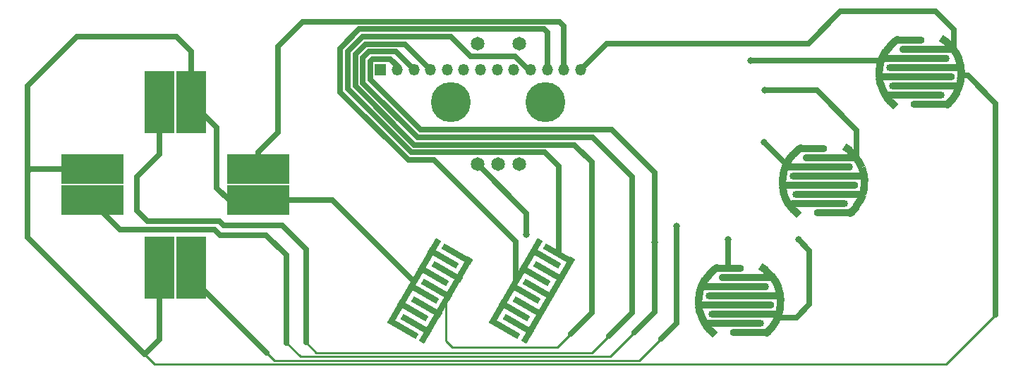
<source format=gtl>
%TF.GenerationSoftware,KiCad,Pcbnew,(6.0.0)*%
%TF.CreationDate,2022-03-13T17:58:50-04:00*%
%TF.ProjectId,jaguar controller top pcb,6a616775-6172-4206-936f-6e74726f6c6c,rev?*%
%TF.SameCoordinates,Original*%
%TF.FileFunction,Copper,L1,Top*%
%TF.FilePolarity,Positive*%
%FSLAX46Y46*%
G04 Gerber Fmt 4.6, Leading zero omitted, Abs format (unit mm)*
G04 Created by KiCad (PCBNEW (6.0.0)) date 2022-03-13 17:58:50*
%MOMM*%
%LPD*%
G01*
G04 APERTURE LIST*
G04 Aperture macros list*
%AMRoundRect*
0 Rectangle with rounded corners*
0 $1 Rounding radius*
0 $2 $3 $4 $5 $6 $7 $8 $9 X,Y pos of 4 corners*
0 Add a 4 corners polygon primitive as box body*
4,1,4,$2,$3,$4,$5,$6,$7,$8,$9,$2,$3,0*
0 Add four circle primitives for the rounded corners*
1,1,$1+$1,$2,$3*
1,1,$1+$1,$4,$5*
1,1,$1+$1,$6,$7*
1,1,$1+$1,$8,$9*
0 Add four rect primitives between the rounded corners*
20,1,$1+$1,$2,$3,$4,$5,0*
20,1,$1+$1,$4,$5,$6,$7,0*
20,1,$1+$1,$6,$7,$8,$9,0*
20,1,$1+$1,$8,$9,$2,$3,0*%
%AMRotRect*
0 Rectangle, with rotation*
0 The origin of the aperture is its center*
0 $1 length*
0 $2 width*
0 $3 Rotation angle, in degrees counterclockwise*
0 Add horizontal line*
21,1,$1,$2,0,0,$3*%
G04 Aperture macros list end*
%TA.AperFunction,SMDPad,CuDef*%
%ADD10O,7.082827X0.900000*%
%TD*%
%TA.AperFunction,SMDPad,CuDef*%
%ADD11RotRect,0.900000X0.900000X209.345165*%
%TD*%
%TA.AperFunction,SMDPad,CuDef*%
%ADD12RotRect,0.900000X0.900000X190.121977*%
%TD*%
%TA.AperFunction,SMDPad,CuDef*%
%ADD13O,8.123471X0.900000*%
%TD*%
%TA.AperFunction,SMDPad,CuDef*%
%ADD14RoundRect,0.225000X0.313578X-0.054024X0.054024X0.313578X-0.313578X0.054024X-0.054024X-0.313578X0*%
%TD*%
%TA.AperFunction,SMDPad,CuDef*%
%ADD15RotRect,0.900000X0.900000X228.568352*%
%TD*%
%TA.AperFunction,SMDPad,CuDef*%
%ADD16RotRect,0.900000X0.900000X142.064007*%
%TD*%
%TA.AperFunction,SMDPad,CuDef*%
%ADD17O,9.063382X0.900000*%
%TD*%
%TA.AperFunction,SMDPad,CuDef*%
%ADD18RotRect,0.900000X0.900000X151.675601*%
%TD*%
%TA.AperFunction,SMDPad,CuDef*%
%ADD19O,3.810000X0.900000*%
%TD*%
%TA.AperFunction,SMDPad,CuDef*%
%ADD20RotRect,0.900000X0.900000X132.452413*%
%TD*%
%TA.AperFunction,SMDPad,CuDef*%
%ADD21RotRect,0.900000X0.900000X218.956759*%
%TD*%
%TA.AperFunction,SMDPad,CuDef*%
%ADD22RotRect,0.900000X0.900000X199.733571*%
%TD*%
%TA.AperFunction,SMDPad,CuDef*%
%ADD23RotRect,0.900000X0.900000X170.898789*%
%TD*%
%TA.AperFunction,SMDPad,CuDef*%
%ADD24RotRect,0.900000X0.900000X161.287195*%
%TD*%
%TA.AperFunction,SMDPad,CuDef*%
%ADD25RotRect,0.900000X0.900000X180.510383*%
%TD*%
%TA.AperFunction,SMDPad,CuDef*%
%ADD26RotRect,0.900000X0.900000X54.774382*%
%TD*%
%TA.AperFunction,SMDPad,CuDef*%
%ADD27RotRect,0.900000X0.900000X357.104818*%
%TD*%
%TA.AperFunction,SMDPad,CuDef*%
%ADD28RotRect,0.900000X0.900000X25.939600*%
%TD*%
%TA.AperFunction,SMDPad,CuDef*%
%ADD29RotRect,0.900000X0.900000X35.551194*%
%TD*%
%TA.AperFunction,SMDPad,CuDef*%
%ADD30RotRect,0.900000X0.900000X328.270036*%
%TD*%
%TA.AperFunction,SMDPad,CuDef*%
%ADD31O,4.997485X0.888414*%
%TD*%
%TA.AperFunction,SMDPad,CuDef*%
%ADD32RotRect,0.900000X0.900000X16.328006*%
%TD*%
%TA.AperFunction,SMDPad,CuDef*%
%ADD33RotRect,0.900000X0.900000X347.493224*%
%TD*%
%TA.AperFunction,SMDPad,CuDef*%
%ADD34O,8.438907X0.900000*%
%TD*%
%TA.AperFunction,SMDPad,CuDef*%
%ADD35RoundRect,0.225000X-0.317581X0.019808X-0.019808X-0.317581X0.317581X-0.019808X0.019808X0.317581X0*%
%TD*%
%TA.AperFunction,SMDPad,CuDef*%
%ADD36RotRect,0.900000X0.900000X318.658442*%
%TD*%
%TA.AperFunction,SMDPad,CuDef*%
%ADD37RotRect,0.900000X0.900000X337.881630*%
%TD*%
%TA.AperFunction,SMDPad,CuDef*%
%ADD38RotRect,0.900000X0.900000X45.162788*%
%TD*%
%TA.AperFunction,SMDPad,CuDef*%
%ADD39O,8.938889X0.900000*%
%TD*%
%TA.AperFunction,SMDPad,CuDef*%
%ADD40RotRect,0.900000X0.900000X6.716412*%
%TD*%
%TA.AperFunction,SMDPad,CuDef*%
%ADD41O,6.457911X0.900000*%
%TD*%
%TA.AperFunction,ComponentPad*%
%ADD42C,1.650000*%
%TD*%
%TA.AperFunction,ComponentPad*%
%ADD43C,4.800000*%
%TD*%
%TA.AperFunction,SMDPad,CuDef*%
%ADD44R,3.650000X7.410000*%
%TD*%
%TA.AperFunction,SMDPad,CuDef*%
%ADD45RotRect,3.970000X0.720000X150.000000*%
%TD*%
%TA.AperFunction,SMDPad,CuDef*%
%ADD46RotRect,0.720000X11.720000X150.000000*%
%TD*%
%TA.AperFunction,SMDPad,CuDef*%
%ADD47R,7.410000X3.650000*%
%TD*%
%TA.AperFunction,ComponentPad*%
%ADD48R,1.350000X1.350000*%
%TD*%
%TA.AperFunction,ComponentPad*%
%ADD49O,1.350000X1.350000*%
%TD*%
%TA.AperFunction,ViaPad*%
%ADD50C,0.800000*%
%TD*%
%TA.AperFunction,Conductor*%
%ADD51C,0.700000*%
%TD*%
%TA.AperFunction,Conductor*%
%ADD52C,0.250000*%
%TD*%
G04 APERTURE END LIST*
D10*
%TO.P,SW7,1,1*%
%TO.N,Net-(J1-Pad5)*%
X86321103Y-40115000D03*
D11*
X82675677Y-39938692D03*
D12*
X82121498Y-38393783D03*
D13*
X86454133Y-35715000D03*
D14*
X84125040Y-33515001D03*
D15*
X83707617Y-41215000D03*
D16*
X83083550Y-34508353D03*
D17*
X86591794Y-37915000D03*
D18*
X82633447Y-35198014D03*
D19*
X85542520Y-33515000D03*
D20*
X83642485Y-33903526D03*
D21*
X83137995Y-40620226D03*
D22*
X82333644Y-39189534D03*
D23*
X82106878Y-36752551D03*
D24*
X82304814Y-35953147D03*
D25*
X82045196Y-37573781D03*
D26*
%TO.P,SW7,2,2*%
%TO.N,Net-(J1-Pad6)*%
X89794960Y-33515000D03*
D27*
X91868726Y-37778251D03*
D28*
X91379841Y-35380064D03*
D29*
X90958825Y-34672271D03*
D30*
X91140385Y-40114879D03*
D31*
X88294815Y-41215000D03*
D32*
X91676768Y-36148218D03*
D33*
X91758369Y-38594368D03*
D34*
X87425842Y-39015000D03*
D35*
X90212383Y-41215000D03*
D36*
X90650109Y-40776585D03*
D37*
X91513295Y-39380602D03*
D38*
X90425541Y-34044710D03*
D39*
X87353270Y-36815000D03*
D40*
X91841269Y-36955166D03*
D41*
X87688315Y-34615000D03*
%TD*%
D42*
%TO.P,VR1,1,1*%
%TO.N,unconnected-(VR1-Pad1)*%
X55488200Y-6487400D03*
%TO.P,VR1,2,2*%
%TO.N,unconnected-(VR1-Pad2)*%
X60488200Y-6487400D03*
%TO.P,VR1,3,A*%
%TO.N,/encoderA*%
X55488200Y-20987400D03*
%TO.P,VR1,4,B*%
%TO.N,/encoderB*%
X60488200Y-20987400D03*
%TO.P,VR1,5,C*%
%TO.N,/encoderC*%
X57988200Y-20987400D03*
D43*
%TO.P,VR1,6*%
%TO.N,N/C*%
X52288200Y-13487400D03*
%TO.P,VR1,7*%
X63688200Y-13487400D03*
%TD*%
D44*
%TO.P,SW3,1,1*%
%TO.N,/encoderC*%
X17370000Y-33400000D03*
%TO.P,SW3,2,2*%
%TO.N,Net-(J1-Pad1)*%
X21130000Y-33400000D03*
%TD*%
D45*
%TO.P,SW5,1,1*%
%TO.N,/encoderC*%
X50181725Y-34328834D03*
D46*
X47864433Y-35092500D03*
D45*
X51401725Y-32215732D03*
X48961725Y-36441936D03*
X46521725Y-40668140D03*
X47741725Y-38555038D03*
%TO.P,SW5,2,2*%
%TO.N,Net-(J1-Pad4)*%
X48188275Y-40221589D03*
X50628275Y-35995385D03*
X49408275Y-38108487D03*
D46*
X51735567Y-37327500D03*
D45*
X51848275Y-33882283D03*
X53068275Y-31769181D03*
%TD*%
D25*
%TO.P,SW9,1,1*%
%TO.N,Net-(J1-Pad9)*%
X103725196Y-10113781D03*
D11*
X104355677Y-12478692D03*
D24*
X103984814Y-8493147D03*
D10*
X108001103Y-12655000D03*
D15*
X105387617Y-13755000D03*
D16*
X104763550Y-7048353D03*
D19*
X107222520Y-6055000D03*
D18*
X104313447Y-7738014D03*
D23*
X103786878Y-9292551D03*
D20*
X105322485Y-6443526D03*
D13*
X108134133Y-8255000D03*
D22*
X104013644Y-11729534D03*
D17*
X108271794Y-10455000D03*
D21*
X104817995Y-13160226D03*
D12*
X103801498Y-10933783D03*
D14*
X105805040Y-6055001D03*
D41*
%TO.P,SW9,2,2*%
%TO.N,/encoderC*%
X109368315Y-7155000D03*
D32*
X113356768Y-8688218D03*
D26*
X111474960Y-6055000D03*
D40*
X113521269Y-9495166D03*
D36*
X112330109Y-13316585D03*
D37*
X113193295Y-11920602D03*
D33*
X113438369Y-11134368D03*
D34*
X109105842Y-11555000D03*
D28*
X113059841Y-7920064D03*
D27*
X113548726Y-10318251D03*
D31*
X109974815Y-13755000D03*
D39*
X109033270Y-9355000D03*
D38*
X112105541Y-6584710D03*
D30*
X112820385Y-12654879D03*
D29*
X112638825Y-7212271D03*
D35*
X111892383Y-13755000D03*
%TD*%
D45*
%TO.P,SW6,1,1*%
%TO.N,Net-(J1-Pad11)*%
X58731725Y-40668140D03*
D46*
X60074433Y-35092500D03*
D45*
X63611725Y-32215732D03*
X59951725Y-38555038D03*
X62391725Y-34328834D03*
X61171725Y-36441936D03*
%TO.P,SW6,2,2*%
%TO.N,Net-(J1-Pad10)*%
X62838275Y-35995385D03*
X65278275Y-31769181D03*
X61618275Y-38108487D03*
X60398275Y-40221589D03*
X64058275Y-33882283D03*
D46*
X63945567Y-37327500D03*
%TD*%
D47*
%TO.P,SW1,1,1*%
%TO.N,/encoderC*%
X9280000Y-21550000D03*
%TO.P,SW1,2,2*%
%TO.N,/encoderA*%
X9280000Y-25310000D03*
%TD*%
D44*
%TO.P,SW2,1,1*%
%TO.N,Net-(J1-Pad3)*%
X17370000Y-13460000D03*
%TO.P,SW2,2,2*%
%TO.N,/encoderC*%
X21130000Y-13460000D03*
%TD*%
D47*
%TO.P,SW4,1,1*%
%TO.N,/encoderC*%
X29220000Y-25310000D03*
%TO.P,SW4,2,2*%
%TO.N,/encoderB*%
X29220000Y-21550000D03*
%TD*%
D25*
%TO.P,SW8,1,1*%
%TO.N,Net-(J1-Pad7)*%
X92095196Y-23183781D03*
D10*
X96371103Y-25725000D03*
D15*
X93757617Y-26825000D03*
D24*
X92354814Y-21563147D03*
D12*
X92171498Y-24003783D03*
D20*
X93692485Y-19513526D03*
D16*
X93133550Y-20118353D03*
D13*
X96504133Y-21325000D03*
D21*
X93187995Y-26230226D03*
D18*
X92683447Y-20808014D03*
D11*
X92725677Y-25548692D03*
D19*
X95592520Y-19125000D03*
D14*
X94175040Y-19125001D03*
D22*
X92383644Y-24799534D03*
D23*
X92156878Y-22362551D03*
D17*
X96641794Y-23525000D03*
D36*
%TO.P,SW8,2,2*%
%TO.N,Net-(J1-Pad8)*%
X100700109Y-26386585D03*
D32*
X101726768Y-21758218D03*
D37*
X101563295Y-24990602D03*
D29*
X101008825Y-20282271D03*
D31*
X98344815Y-26825000D03*
D35*
X100262383Y-26825000D03*
D30*
X101190385Y-25724879D03*
D34*
X97475842Y-24625000D03*
D38*
X100475541Y-19654710D03*
D40*
X101891269Y-22565166D03*
D39*
X97403270Y-22425000D03*
D27*
X101918726Y-23388251D03*
D33*
X101808369Y-24204368D03*
D28*
X101429841Y-20990064D03*
D41*
X97738315Y-20225000D03*
D26*
X99844960Y-19125000D03*
%TD*%
D48*
%TO.P,J1,1,Pin_1*%
%TO.N,Net-(J1-Pad1)*%
X43860000Y-9580000D03*
D49*
%TO.P,J1,2,Pin_2*%
%TO.N,/encoderA*%
X45860000Y-9580000D03*
%TO.P,J1,3,Pin_3*%
%TO.N,Net-(J1-Pad3)*%
X47860000Y-9580000D03*
%TO.P,J1,4,Pin_4*%
%TO.N,Net-(J1-Pad4)*%
X49860000Y-9580000D03*
%TO.P,J1,5,Pin_5*%
%TO.N,Net-(J1-Pad5)*%
X51860000Y-9580000D03*
%TO.P,J1,6,Pin_6*%
%TO.N,Net-(J1-Pad6)*%
X53860000Y-9580000D03*
%TO.P,J1,7,Pin_7*%
%TO.N,Net-(J1-Pad7)*%
X55860000Y-9580000D03*
%TO.P,J1,8,Pin_8*%
%TO.N,Net-(J1-Pad8)*%
X57860000Y-9580000D03*
%TO.P,J1,9,Pin_9*%
%TO.N,Net-(J1-Pad9)*%
X59860000Y-9580000D03*
%TO.P,J1,10,Pin_10*%
%TO.N,Net-(J1-Pad10)*%
X61860000Y-9580000D03*
%TO.P,J1,11,Pin_11*%
%TO.N,Net-(J1-Pad11)*%
X63860000Y-9580000D03*
%TO.P,J1,12,Pin_12*%
%TO.N,/encoderB*%
X65860000Y-9580000D03*
%TO.P,J1,13,Pin_13*%
%TO.N,/encoderC*%
X67860000Y-9580000D03*
%TD*%
D50*
%TO.N,/encoderA*%
X61391800Y-29413200D03*
X76758800Y-30353000D03*
%TO.N,Net-(J1-Pad1)*%
X79375000Y-28371800D03*
%TO.N,Net-(J1-Pad5)*%
X85542520Y-29976680D03*
%TO.N,Net-(J1-Pad6)*%
X94005400Y-29997400D03*
%TO.N,Net-(J1-Pad7)*%
X89903300Y-18326100D03*
%TO.N,Net-(J1-Pad8)*%
X90017600Y-12090400D03*
%TO.N,Net-(J1-Pad9)*%
X88280853Y-8493147D03*
%TD*%
D51*
%TO.N,/encoderA*%
X55488200Y-20987400D02*
X61391800Y-26891000D01*
X23952200Y-28854400D02*
X24587200Y-29489400D01*
D52*
X32562800Y-42418000D02*
X34231520Y-44086720D01*
D51*
X74320400Y-41198800D02*
X76758800Y-38760400D01*
X76758800Y-38760400D02*
X76758800Y-30353000D01*
X9280000Y-25561400D02*
X12573000Y-28854400D01*
X42635489Y-10804511D02*
X42635489Y-8570911D01*
X9280000Y-25310000D02*
X9280000Y-25561400D01*
X45060222Y-8331200D02*
X45860000Y-9130978D01*
X24587200Y-29489400D02*
X30149800Y-29489400D01*
X71611006Y-16825320D02*
X48656298Y-16825320D01*
X12573000Y-28854400D02*
X23952200Y-28854400D01*
X30149800Y-29489400D02*
X32562800Y-31902400D01*
X42875200Y-8331200D02*
X45060222Y-8331200D01*
X61391800Y-26891000D02*
X61391800Y-29413200D01*
X45860000Y-9130978D02*
X45860000Y-9580000D01*
D52*
X71432480Y-44086720D02*
X74320400Y-41198800D01*
D51*
X76758800Y-21973114D02*
X71611006Y-16825320D01*
X76758800Y-30353000D02*
X76758800Y-21973114D01*
D52*
X34231520Y-44086720D02*
X71432480Y-44086720D01*
D51*
X48656298Y-16825320D02*
X42635489Y-10804511D01*
X42635489Y-8570911D02*
X42875200Y-8331200D01*
X32562800Y-31902400D02*
X32562800Y-42418000D01*
%TO.N,/encoderB*%
X31546800Y-6807200D02*
X31546800Y-17145000D01*
X29220000Y-19471800D02*
X29220000Y-21550000D01*
X34520400Y-3833600D02*
X31546800Y-6807200D01*
X65301600Y-3833600D02*
X34520400Y-3833600D01*
X65860000Y-9580000D02*
X65860000Y-4392000D01*
X65860000Y-4392000D02*
X65301600Y-3833600D01*
X31546800Y-17145000D02*
X29220000Y-19471800D01*
%TO.N,Net-(J1-Pad3)*%
X14605000Y-22504400D02*
X14605000Y-26517600D01*
X42453920Y-7431680D02*
X41735969Y-8149631D01*
X41735969Y-11177105D02*
X48313464Y-17754600D01*
X48313464Y-17754600D02*
X69342000Y-17754600D01*
X24536400Y-27838400D02*
X25019000Y-28321000D01*
X74053700Y-22466300D02*
X74053700Y-38798500D01*
X32054800Y-28321000D02*
X34925000Y-31191200D01*
X15925800Y-27838400D02*
X24536400Y-27838400D01*
X74053700Y-38798500D02*
X71272400Y-41579800D01*
X47860000Y-9580000D02*
X45711680Y-7431680D01*
D52*
X36169600Y-43637200D02*
X34925000Y-42392600D01*
X71272400Y-41579800D02*
X69215000Y-43637200D01*
D51*
X14605000Y-26517600D02*
X15925800Y-27838400D01*
X17370000Y-19739400D02*
X14605000Y-22504400D01*
X41735969Y-8149631D02*
X41735969Y-11177105D01*
X17370000Y-13460000D02*
X17370000Y-19739400D01*
X34925000Y-31191200D02*
X34925000Y-42392600D01*
X69342000Y-17754600D02*
X74053700Y-22466300D01*
D52*
X69215000Y-43637200D02*
X36169600Y-43637200D01*
D51*
X45711680Y-7431680D02*
X42453920Y-7431680D01*
X25019000Y-28321000D02*
X32054800Y-28321000D01*
%TO.N,Net-(J1-Pad1)*%
X21130000Y-33400000D02*
X21130000Y-34566600D01*
D52*
X74919960Y-44536240D02*
X31099640Y-44536240D01*
D51*
X79375000Y-28371800D02*
X79375000Y-40081200D01*
X21130000Y-34566600D02*
X30226000Y-43662600D01*
X79375000Y-40081200D02*
X77520800Y-41935400D01*
D52*
X77520800Y-41935400D02*
X74919960Y-44536240D01*
X31099640Y-44536240D02*
X30226000Y-43662600D01*
D51*
%TO.N,/encoderC*%
X29220000Y-25310000D02*
X38081933Y-25310000D01*
X95203800Y-6447000D02*
X99060000Y-2590800D01*
X7391400Y-5638800D02*
X1473200Y-11557000D01*
X117678200Y-13652097D02*
X114344354Y-10318251D01*
X21130000Y-13460000D02*
X21130000Y-7388600D01*
X38081933Y-25310000D02*
X47864433Y-35092500D01*
X17370000Y-42040600D02*
X15570200Y-43840400D01*
X112638825Y-4765025D02*
X112638825Y-7212271D01*
X114344354Y-10318251D02*
X113548726Y-10318251D01*
X19380200Y-5638800D02*
X7391400Y-5638800D01*
X67860000Y-9580000D02*
X70993000Y-6447000D01*
X24180800Y-23799800D02*
X24180800Y-16510800D01*
X1818000Y-21550000D02*
X1473200Y-21894800D01*
D52*
X111757640Y-44985760D02*
X117703600Y-39039800D01*
D51*
X110464600Y-2590800D02*
X112638825Y-4765025D01*
D52*
X15570200Y-43840400D02*
X16715560Y-44985760D01*
D51*
X117678200Y-39014400D02*
X117678200Y-13652097D01*
X1473200Y-11557000D02*
X1473200Y-21894800D01*
X29220000Y-25310000D02*
X25691000Y-25310000D01*
X70993000Y-6447000D02*
X95203800Y-6447000D01*
X9280000Y-21550000D02*
X1818000Y-21550000D01*
X99060000Y-2590800D02*
X110464600Y-2590800D01*
X17370000Y-33400000D02*
X17370000Y-42040600D01*
X117703600Y-39039800D02*
X117678200Y-39014400D01*
X1473200Y-21894800D02*
X1473200Y-29743400D01*
X24180800Y-16510800D02*
X21130000Y-13460000D01*
X25691000Y-25310000D02*
X24180800Y-23799800D01*
D52*
X16715560Y-44985760D02*
X111757640Y-44985760D01*
D51*
X1473200Y-29743400D02*
X15570200Y-43840400D01*
X21130000Y-7388600D02*
X19380200Y-5638800D01*
%TO.N,Net-(J1-Pad4)*%
X40836449Y-7777038D02*
X40836449Y-11549699D01*
D52*
X51735567Y-42210567D02*
X52501800Y-42976800D01*
D51*
X46812160Y-6532160D02*
X42081326Y-6532160D01*
D52*
X51735567Y-37327500D02*
X51735567Y-42210567D01*
D51*
X69240400Y-38836600D02*
X66700400Y-41376600D01*
D52*
X52501800Y-42976800D02*
X65100200Y-42976800D01*
D51*
X69240400Y-20736920D02*
X69240400Y-38836600D01*
X40836449Y-11549699D02*
X47940871Y-18654120D01*
D52*
X65100200Y-42976800D02*
X66700400Y-41376600D01*
D51*
X67157600Y-18654120D02*
X69240400Y-20736920D01*
X49860000Y-9580000D02*
X46812160Y-6532160D01*
X42081326Y-6532160D02*
X40836449Y-7777038D01*
X47940871Y-18654120D02*
X67157600Y-18654120D01*
%TO.N,Net-(J1-Pad11)*%
X47195685Y-20453160D02*
X50298160Y-20453160D01*
X39037410Y-7031849D02*
X39037410Y-12294886D01*
X50298160Y-20453160D02*
X60074433Y-30229433D01*
X60074433Y-30229433D02*
X60074433Y-35092500D01*
X39037410Y-12294886D02*
X47195685Y-20453160D01*
X63860000Y-5084400D02*
X63508720Y-4733120D01*
X41336139Y-4733120D02*
X39037410Y-7031849D01*
X63508720Y-4733120D02*
X41336139Y-4733120D01*
X63860000Y-9580000D02*
X63860000Y-5084400D01*
%TO.N,Net-(J1-Pad10)*%
X61860000Y-9580000D02*
X61636947Y-9580000D01*
X54641560Y-7969440D02*
X52304760Y-5632640D01*
X47568278Y-19553640D02*
X63597240Y-19553640D01*
X65278275Y-21234675D02*
X65278275Y-31769181D01*
X60026387Y-7969440D02*
X54641560Y-7969440D01*
X39936930Y-11922293D02*
X47568278Y-19553640D01*
X63597240Y-19553640D02*
X65278275Y-21234675D01*
X61636947Y-9580000D02*
X60026387Y-7969440D01*
X41708732Y-5632641D02*
X39936930Y-7404443D01*
X52304760Y-5632640D02*
X41708732Y-5632641D01*
X39936930Y-7404443D02*
X39936930Y-11922293D01*
%TO.N,Net-(J1-Pad5)*%
X85542520Y-33515000D02*
X85542520Y-29976680D01*
%TO.N,Net-(J1-Pad6)*%
X93766198Y-39380602D02*
X91513295Y-39380602D01*
X94005400Y-30022800D02*
X95326200Y-31343600D01*
X95326200Y-37820600D02*
X93766198Y-39380602D01*
X95326200Y-31343600D02*
X95326200Y-37820600D01*
X94005400Y-29997400D02*
X94005400Y-30022800D01*
%TO.N,Net-(J1-Pad7)*%
X92683447Y-20808014D02*
X92385214Y-20808014D01*
X92385214Y-20808014D02*
X89903300Y-18326100D01*
%TO.N,Net-(J1-Pad8)*%
X101008825Y-16884025D02*
X101008825Y-20282271D01*
X90017600Y-12090400D02*
X96215200Y-12090400D01*
X96215200Y-12090400D02*
X101008825Y-16884025D01*
%TO.N,Net-(J1-Pad9)*%
X88280853Y-8493147D02*
X103984814Y-8493147D01*
%TD*%
M02*

</source>
